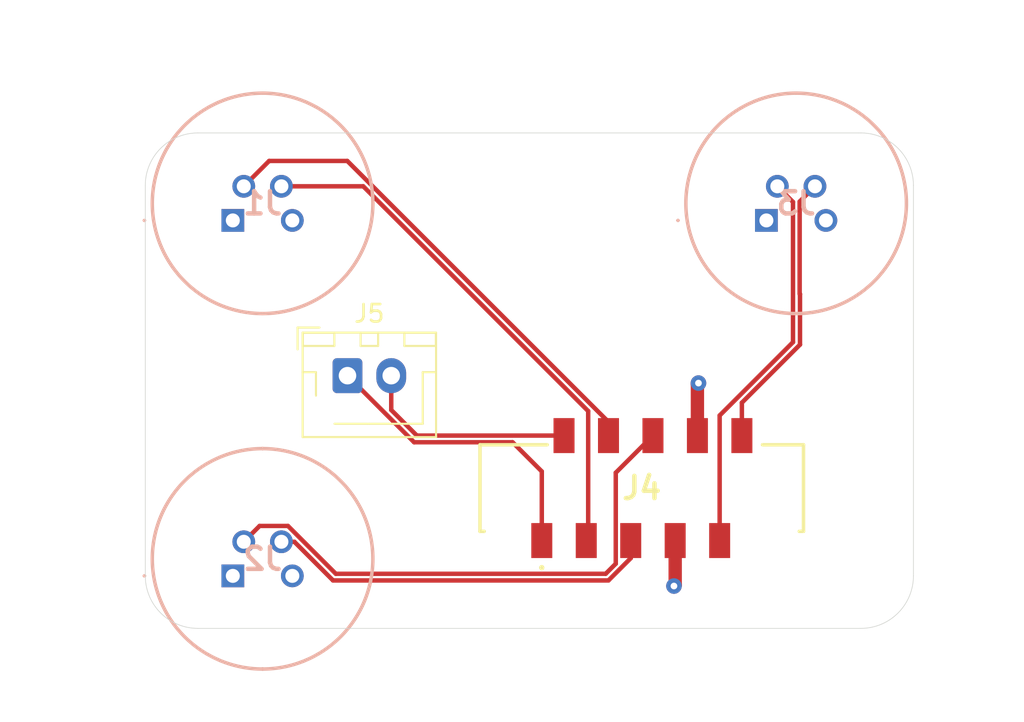
<source format=kicad_pcb>
(kicad_pcb (version 20221018) (generator pcbnew)
  (title_block (rev "1"))
  (layers (0 "F.Cu" signal "Front") (1 "In1.Cu" signal) (2 "In2.Cu" signal) (31 "B.Cu" signal "Back") (34 "B.Paste" user) (35 "F.Paste" user) (36 "B.SilkS" user "B.Silkscreen") (37 "F.SilkS" user "F.Silkscreen") (38 "B.Mask" user) (39 "F.Mask" user) (44 "Edge.Cuts" user))
  (net 0 "")
  (net 1 "5.2V")
  (net 2 "POWER_BOARD_RX")
  (net 3 "GNDD")
  (net 4 "POWER_BOARD_TX")
  (net 5 "STEERING_WHEEL_RX")
  (net 6 "STEERING_WHEEL_TX")
  (net 7 "IN1(5V)")
  (net 8 "IN2(5V)")
  (net 9 "NAVOUT")
  (net 10 "NAVIN")
  (footprint "Connector_JST:JST_XH_B2B-XH-AM_1x02_P2.50mm_Vertical" (layer "F.Cu") (at 11.55 13.875)
    (fp_text reference "J5" (at 1.25 -3.55) (layer "F.SilkS"))
    (fp_text value "Conn_01x02")
    (fp_line (start -2.85 -2.75) (end -2.85 -1.5) (stroke (width 0.12)) (layer "F.SilkS"))
    (fp_line (start -2.56 -2.46) (end -2.56 3.51) (stroke (width 0.12)) (layer "F.SilkS"))
    (fp_line (start -2.56 3.51) (end 5.06 3.51) (stroke (width 0.12)) (layer "F.SilkS"))
    (fp_line (start -2.55 -2.45) (end -2.55 -1.7) (stroke (width 0.12)) (layer "F.SilkS"))
    (fp_line (start -2.55 -1.7) (end -0.75 -1.7) (stroke (width 0.12)) (layer "F.SilkS"))
    (fp_line (start -2.55 -0.2) (end -1.8 -0.2) (stroke (width 0.12)) (layer "F.SilkS"))
    (fp_line (start -1.8 -0.2) (end -1.8 1.14) (stroke (width 0.12)) (layer "F.SilkS"))
    (fp_line (start -1.6 -2.75) (end -2.85 -2.75) (stroke (width 0.12)) (layer "F.SilkS"))
    (fp_line (start -0.75 -2.45) (end -2.55 -2.45) (stroke (width 0.12)) (layer "F.SilkS"))
    (fp_line (start -0.75 -1.7) (end -0.75 -2.45) (stroke (width 0.12)) (layer "F.SilkS"))
    (fp_line (start 0.75 -2.45) (end 0.75 -1.7) (stroke (width 0.12)) (layer "F.SilkS"))
    (fp_line (start 0.75 -1.7) (end 1.75 -1.7) (stroke (width 0.12)) (layer "F.SilkS"))
    (fp_line (start 1.25 2.75) (end -0.74 2.75) (stroke (width 0.12)) (layer "F.SilkS"))
    (fp_line (start 1.75 -2.45) (end 0.75 -2.45) (stroke (width 0.12)) (layer "F.SilkS"))
    (fp_line (start 1.75 -1.7) (end 1.75 -2.45) (stroke (width 0.12)) (layer "F.SilkS"))
    (fp_line (start 3.25 -2.45) (end 3.25 -1.7) (stroke (width 0.12)) (layer "F.SilkS"))
    (fp_line (start 3.25 -1.7) (end 5.05 -1.7) (stroke (width 0.12)) (layer "F.SilkS"))
    (fp_line (start 4.3 -0.2) (end 4.3 2.75) (stroke (width 0.12)) (layer "F.SilkS"))
    (fp_line (start 4.3 2.75) (end 1.25 2.75) (stroke (width 0.12)) (layer "F.SilkS"))
    (fp_line (start 5.05 -2.45) (end 3.25 -2.45) (stroke (width 0.12)) (layer "F.SilkS"))
    (fp_line (start 5.05 -1.7) (end 5.05 -2.45) (stroke (width 0.12)) (layer "F.SilkS"))
    (fp_line (start 5.05 -0.2) (end 4.3 -0.2) (stroke (width 0.12)) (layer "F.SilkS"))
    (fp_line (start 5.06 -2.46) (end -2.56 -2.46) (stroke (width 0.12)) (layer "F.SilkS"))
    (fp_line (start 5.06 3.51) (end 5.06 -2.46) (stroke (width 0.12)) (layer "F.SilkS"))
    (pad "" np_thru_hole circle (at -1.6 2) (size 1.2 1.2) (drill 1.2) (layers "*.Cu" "*.Mask"))
    (pad "1" thru_hole roundrect (at 0 0) (size 1.7 2) (drill 1) (layers "*.Cu" "*.Mask") (roundrect_rratio 0.147059) (net 9 "NAVOUT"))
    (pad "2" thru_hole oval (at 2.5 0) (size 1.7 2) (drill 1) (layers "*.Cu" "*.Mask") (net 10 "NAVIN"))
  )
  (footprint "serial_bulkhead_library:908160010" (layer "F.Cu") (at 28.36 20.3)
    (fp_text reference "J4" (at 0 0) (layer "F.SilkS") (effects (font (size 1.27 1.27) (thickness 0.254))))
    (fp_text value "90816-0010" hide)
    (fp_line (start -9.24 -2.475) (end -9.24 2.475) (stroke (width 0.2)) (layer "F.SilkS"))
    (fp_line (start -9.24 2.475) (end -9 2.475) (stroke (width 0.2)) (layer "F.SilkS"))
    (fp_line (start -5.71 4.5) (end -5.71 4.5) (stroke (width 0.2)) (layer "F.SilkS"))
    (fp_line (start -5.71 4.5) (end -5.71 4.5) (stroke (width 0.2)) (layer "F.SilkS"))
    (fp_line (start -5.71 4.6) (end -5.71 4.6) (stroke (width 0.2)) (layer "F.SilkS"))
    (fp_line (start -5.4 -2.475) (end -9.24 -2.475) (stroke (width 0.2)) (layer "F.SilkS"))
    (fp_line (start 9 2.475) (end 9.24 2.475) (stroke (width 0.2)) (layer "F.SilkS"))
    (fp_line (start 9.24 -2.475) (end 6.9 -2.475) (stroke (width 0.2)) (layer "F.SilkS"))
    (fp_line (start 9.24 2.475) (end 9.24 -2.475) (stroke (width 0.2)) (layer "F.SilkS"))
    (fp_arc (start -5.71 4.5) (mid -5.66 4.55) (end -5.71 4.6) (stroke (width 0.2)) (layer "F.SilkS"))
    (fp_arc (start -5.71 4.6) (mid -5.76 4.55) (end -5.71 4.5) (stroke (width 0.2)) (layer "F.SilkS"))
    (fp_arc (start -5.71 4.6) (mid -5.76 4.55) (end -5.71 4.5) (stroke (width 0.2)) (layer "F.SilkS"))
    (pad "" np_thru_hole circle (at -7.64 2) (size 2 2) (drill 2) (layers "*.Cu" "*.Mask"))
    (pad "" np_thru_hole circle (at 7.64 2) (size 2 2) (drill 2) (layers "*.Cu" "*.Mask"))
    (pad "1" smd rect (at -5.71 3) (size 1.2 2) (layers "F.Cu" "F.Paste" "F.Mask") (net 9 "NAVOUT"))
    (pad "2" smd rect (at -4.44 -3) (size 1.2 2) (layers "F.Cu" "F.Paste" "F.Mask") (net 10 "NAVIN"))
    (pad "3" smd rect (at -3.17 3) (size 1.2 2) (layers "F.Cu" "F.Paste" "F.Mask") (net 4 "POWER_BOARD_TX"))
    (pad "4" smd rect (at -1.9 -3) (size 1.2 2) (layers "F.Cu" "F.Paste" "F.Mask") (net 2 "POWER_BOARD_RX"))
    (pad "5" smd rect (at -0.63 3) (size 1.2 2) (layers "F.Cu" "F.Paste" "F.Mask") (net 6 "STEERING_WHEEL_TX"))
    (pad "6" smd rect (at 0.64 -3) (size 1.2 2) (layers "F.Cu" "F.Paste" "F.Mask") (net 5 "STEERING_WHEEL_RX"))
    (pad "7" smd rect (at 1.91 3) (size 1.2 2) (layers "F.Cu" "F.Paste" "F.Mask") (net 1 "5.2V"))
    (pad "8" smd rect (at 3.18 -3) (size 1.2 2) (layers "F.Cu" "F.Paste" "F.Mask") (net 3 "GNDD"))
    (pad "9" smd rect (at 4.45 3) (size 1.2 2) (layers "F.Cu" "F.Paste" "F.Mask") (net 7 "IN1(5V)"))
    (pad "10" smd rect (at 5.72 -3) (size 1.2 2) (layers "F.Cu" "F.Paste" "F.Mask") (net 8 "IN2(5V)"))
  )
  (footprint "serial_bulkhead_library:T4041017041000" (layer "B.Cu") (at 35.48 5 180)
    (fp_text reference "J3" (at -1.7 0.975) (layer "B.SilkS") (effects (font (size 1.27 1.27) (thickness 0.254)) (justify mirror)))
    (fp_text value "T4041017041-000" hide)
    (fp_line (start -1.7 -5.325) (end -1.7 -5.325) (stroke (width 0.2)) (layer "B.SilkS"))
    (fp_line (start -1.7 7.275) (end -1.7 7.275) (stroke (width 0.2)) (layer "B.SilkS"))
    (fp_line (start 5 0) (end 5 0) (stroke (width 0.1)) (layer "B.SilkS"))
    (fp_line (start 5.1 0) (end 5.1 0) (stroke (width 0.1)) (layer "B.SilkS"))
    (fp_arc (start -1.7 -5.325) (mid 4.6 0.975) (end -1.7 7.275) (stroke (width 0.2)) (layer "B.SilkS"))
    (fp_arc (start -1.7 7.275) (mid -8 0.975) (end -1.7 -5.325) (stroke (width 0.2)) (layer "B.SilkS"))
    (fp_arc (start 5 0) (mid 5.05 -0.05) (end 5.1 0) (stroke (width 0.1)) (layer "B.SilkS"))
    (fp_arc (start 5.1 0) (mid 5.05 0.05) (end 5 0) (stroke (width 0.1)) (layer "B.SilkS"))
    (pad "1" thru_hole rect (at 0 0 180) (size 1.3 1.3) (drill 0.8) (layers "*.Cu" "*.Mask") (net 1 "5.2V"))
    (pad "2" thru_hole circle (at -0.625 1.95 180) (size 1.3 1.3) (drill 0.8) (layers "*.Cu" "*.Mask") (net 7 "IN1(5V)"))
    (pad "3" thru_hole circle (at -3.4 0 180) (size 1.3 1.3) (drill 0.8) (layers "*.Cu" "*.Mask") (net 3 "GNDD"))
    (pad "4" thru_hole circle (at -2.775 1.95 180) (size 1.3 1.3) (drill 0.8) (layers "*.Cu" "*.Mask") (net 8 "IN2(5V)"))
  )
  (footprint "serial_bulkhead_library:T4041017041000" (layer "B.Cu") (at 5 25.32 180)
    (fp_text reference "J2" (at -1.7 0.975) (layer "B.SilkS") (effects (font (size 1.27 1.27) (thickness 0.254)) (justify mirror)))
    (fp_text value "T4041017041-000" hide)
    (fp_line (start -1.7 -5.325) (end -1.7 -5.325) (stroke (width 0.2)) (layer "B.SilkS"))
    (fp_line (start -1.7 7.275) (end -1.7 7.275) (stroke (width 0.2)) (layer "B.SilkS"))
    (fp_line (start 5 0) (end 5 0) (stroke (width 0.1)) (layer "B.SilkS"))
    (fp_line (start 5.1 0) (end 5.1 0) (stroke (width 0.1)) (layer "B.SilkS"))
    (fp_arc (start -1.7 -5.325) (mid 4.6 0.975) (end -1.7 7.275) (stroke (width 0.2)) (layer "B.SilkS"))
    (fp_arc (start -1.7 7.275) (mid -8 0.975) (end -1.7 -5.325) (stroke (width 0.2)) (layer "B.SilkS"))
    (fp_arc (start 5 0) (mid 5.05 -0.05) (end 5.1 0) (stroke (width 0.1)) (layer "B.SilkS"))
    (fp_arc (start 5.1 0) (mid 5.05 0.05) (end 5 0) (stroke (width 0.1)) (layer "B.SilkS"))
    (pad "1" thru_hole rect (at 0 0 180) (size 1.3 1.3) (drill 0.8) (layers "*.Cu" "*.Mask") (net 1 "5.2V"))
    (pad "2" thru_hole circle (at -0.625 1.95 180) (size 1.3 1.3) (drill 0.8) (layers "*.Cu" "*.Mask") (net 5 "STEERING_WHEEL_RX"))
    (pad "3" thru_hole circle (at -3.4 0 180) (size 1.3 1.3) (drill 0.8) (layers "*.Cu" "*.Mask") (net 3 "GNDD"))
    (pad "4" thru_hole circle (at -2.775 1.95 180) (size 1.3 1.3) (drill 0.8) (layers "*.Cu" "*.Mask") (net 6 "STEERING_WHEEL_TX"))
  )
  (footprint "serial_bulkhead_library:T4041017041000" (layer "B.Cu") (at 5 5 180)
    (fp_text reference "J1" (at -1.7 0.975) (layer "B.SilkS") (effects (font (size 1.27 1.27) (thickness 0.254)) (justify mirror)))
    (fp_text value "T4041017041-000" hide)
    (fp_line (start -1.7 -5.325) (end -1.7 -5.325) (stroke (width 0.2)) (layer "B.SilkS"))
    (fp_line (start -1.7 7.275) (end -1.7 7.275) (stroke (width 0.2)) (layer "B.SilkS"))
    (fp_line (start 5 0) (end 5 0) (stroke (width 0.1)) (layer "B.SilkS"))
    (fp_line (start 5.1 0) (end 5.1 0) (stroke (width 0.1)) (layer "B.SilkS"))
    (fp_arc (start -1.7 -5.325) (mid 4.6 0.975) (end -1.7 7.275) (stroke (width 0.2)) (layer "B.SilkS"))
    (fp_arc (start -1.7 7.275) (mid -8 0.975) (end -1.7 -5.325) (stroke (width 0.2)) (layer "B.SilkS"))
    (fp_arc (start 5 0) (mid 5.05 -0.05) (end 5.1 0) (stroke (width 0.1)) (layer "B.SilkS"))
    (fp_arc (start 5.1 0) (mid 5.05 0.05) (end 5 0) (stroke (width 0.1)) (layer "B.SilkS"))
    (pad "1" thru_hole rect (at 0 0 180) (size 1.3 1.3) (drill 0.8) (layers "*.Cu" "*.Mask") (net 1 "5.2V"))
    (pad "2" thru_hole circle (at -0.625 1.95 180) (size 1.3 1.3) (drill 0.8) (layers "*.Cu" "*.Mask") (net 2 "POWER_BOARD_RX"))
    (pad "3" thru_hole circle (at -3.4 0 180) (size 1.3 1.3) (drill 0.8) (layers "*.Cu" "*.Mask") (net 3 "GNDD"))
    (pad "4" thru_hole circle (at -2.775 1.95 180) (size 1.3 1.3) (drill 0.8) (layers "*.Cu" "*.Mask") (net 4 "POWER_BOARD_TX"))
  )
  (gr_line (start 43.88 3) (end 43.88 25.32) (stroke (width 0.0381)) (layer "Edge.Cuts"))
  (gr_arc (start 43.88 25.32) (mid 43.00132 27.44132) (end 40.88 28.32) (stroke (width 0.0381)) (layer "Edge.Cuts"))
  (gr_arc (start 40.88 0) (mid 43.00132 0.87868) (end 43.88 3) (stroke (width 0.0381)) (layer "Edge.Cuts"))
  (gr_line (start 0 25.32) (end 0 3) (stroke (width 0.0381)) (layer "Edge.Cuts"))
  (gr_line (start 3 0) (end 40.88 0) (stroke (width 0.0381)) (layer "Edge.Cuts"))
  (gr_line (start 40.88 28.32) (end 3 28.32) (stroke (width 0.0381)) (layer "Edge.Cuts"))
  (gr_arc (start 3 28.32) (mid 0.87868 27.44132) (end 0 25.32) (stroke (width 0.0381)) (layer "Edge.Cuts"))
  (gr_arc (start 0 3) (mid 0.87868 0.87868) (end 3 0) (stroke (width 0.0381)) (layer "Edge.Cuts"))
  (segment (start 30.27 25.83) (end 30.2 25.9) (width 0.762) (layer "F.Cu") (net 1))
  (segment (start 30.27 23.3) (end 30.27 25.83) (width 0.762) (layer "F.Cu") (net 1))
  (via (at 30.2 25.9) (size 0.889) (drill 0.381) (layers "F.Cu" "B.Cu") (net 1))
  (segment (start 7.075 1.6) (end 5.625 3.05) (width 0.254) (layer "F.Cu") (net 2))
  (segment (start 11.538815 1.6) (end 7.075 1.6) (width 0.254) (layer "F.Cu") (net 2))
  (segment (start 26.46 17.3) (end 26.46 16.521185) (width 0.254) (layer "F.Cu") (net 2))
  (segment (start 26.46 16.521185) (end 11.538815 1.6) (width 0.254) (layer "F.Cu") (net 2))
  (segment (start 31.54 17.3) (end 31.54 14.36) (width 0.762) (layer "F.Cu") (net 3))
  (segment (start 31.54 14.36) (end 31.6 14.3) (width 0.762) (layer "F.Cu") (net 3))
  (via (at 31.6 14.3) (size 0.889) (drill 0.381) (layers "F.Cu" "B.Cu") (net 3))
  (segment (start 25.3 15.900001) (end 12.449999 3.05) (width 0.254) (layer "F.Cu") (net 4))
  (segment (start 12.449999 3.05) (end 7.775 3.05) (width 0.254) (layer "F.Cu") (net 4))
  (segment (start 25.3 23.19) (end 25.3 15.900001) (width 0.254) (layer "F.Cu") (net 4))
  (segment (start 25.19 23.3) (end 25.3 23.19) (width 0.254) (layer "F.Cu") (net 4))
  (segment (start 10.88345 25.2) (end 8.14945 22.466) (width 0.254) (layer "F.Cu") (net 5))
  (segment (start 29 17.3) (end 26.876 19.424) (width 0.254) (layer "F.Cu") (net 5))
  (segment (start 8.14945 22.466) (end 6.529 22.466) (width 0.254) (layer "F.Cu") (net 5))
  (segment (start 26.3 25.2) (end 10.88345 25.2) (width 0.254) (layer "F.Cu") (net 5))
  (segment (start 26.876 19.424) (end 26.876 24.624) (width 0.254) (layer "F.Cu") (net 5))
  (segment (start 6.529 22.466) (end 5.625 23.37) (width 0.254) (layer "F.Cu") (net 5))
  (segment (start 26.876 24.624) (end 26.3 25.2) (width 0.254) (layer "F.Cu") (net 5))
  (segment (start 27.73 24.308815) (end 26.457815 25.581) (width 0.254) (layer "F.Cu") (net 6))
  (segment (start 26.457815 25.581) (end 10.725634 25.581) (width 0.254) (layer "F.Cu") (net 6))
  (segment (start 8.514634 23.37) (end 7.775 23.37) (width 0.254) (layer "F.Cu") (net 6))
  (segment (start 27.73 23.3) (end 27.73 24.308815) (width 0.254) (layer "F.Cu") (net 6))
  (segment (start 10.725634 25.581) (end 8.514634 23.37) (width 0.254) (layer "F.Cu") (net 6))
  (segment (start 32.81 23.3) (end 32.81 16.151184) (width 0.254) (layer "F.Cu") (net 7))
  (segment (start 37 11.961184) (end 37 3.945) (width 0.254) (layer "F.Cu") (net 7))
  (segment (start 32.81 16.151184) (end 37 11.961184) (width 0.254) (layer "F.Cu") (net 7))
  (segment (start 37 3.945) (end 36.105 3.05) (width 0.254) (layer "F.Cu") (net 7))
  (segment (start 37.4 12.1) (end 37.4 9.212) (width 0.254) (layer "F.Cu") (net 8))
  (segment (start 34.08 15.42) (end 37.4 12.1) (width 0.254) (layer "F.Cu") (net 8))
  (segment (start 37.381 9.193) (end 37.381 3.924) (width 0.254) (layer "F.Cu") (net 8))
  (segment (start 37.4 9.212) (end 37.381 9.193) (width 0.254) (layer "F.Cu") (net 8))
  (segment (start 37.381 3.924) (end 38.255 3.05) (width 0.254) (layer "F.Cu") (net 8))
  (segment (start 34.08 17.3) (end 34.08 15.42) (width 0.254) (layer "F.Cu") (net 8))
  (segment (start 20.981 17.681) (end 15.356 17.681) (width 0.254) (layer "F.Cu") (net 9))
  (segment (start 22.65 23.3) (end 22.65 19.35) (width 0.254) (layer "F.Cu") (net 9))
  (segment (start 22.65 19.35) (end 20.981 17.681) (width 0.254) (layer "F.Cu") (net 9))
  (segment (start 15.356 17.681) (end 11.55 13.875) (width 0.254) (layer "F.Cu") (net 9))
  (segment (start 15.513816 17.3) (end 14.05 15.836184) (width 0.254) (layer "F.Cu") (net 10))
  (segment (start 14.05 15.836184) (end 14.05 13.875) (width 0.254) (layer "F.Cu") (net 10))
  (segment (start 23.92 17.3) (end 15.513816 17.3) (width 0.254) (layer "F.Cu") (net 10))
)
</source>
